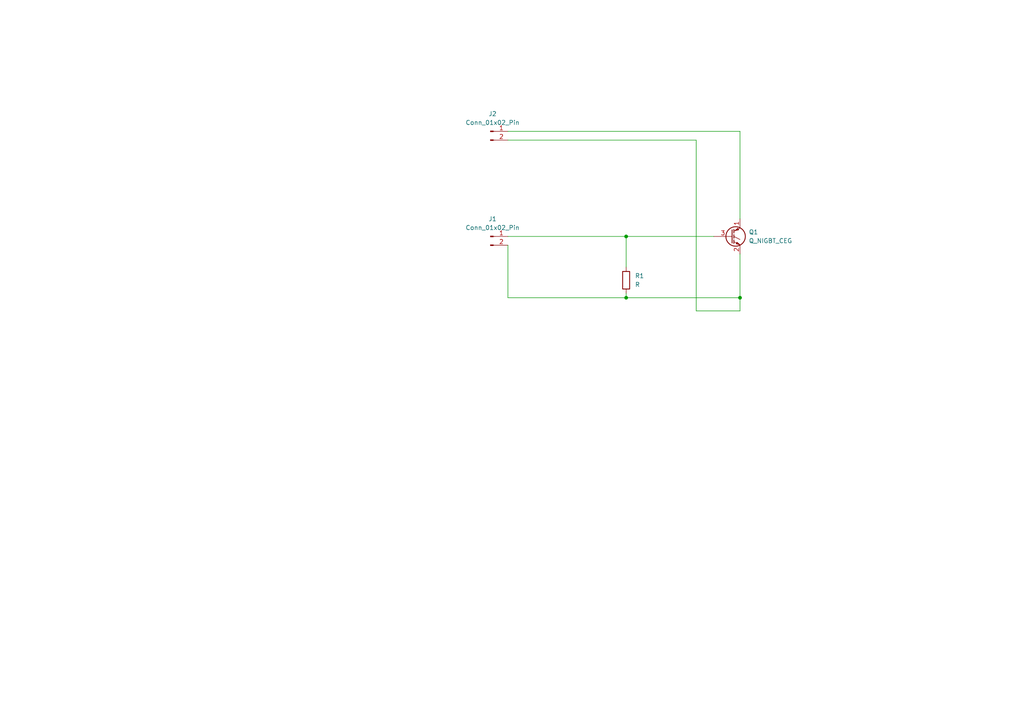
<source format=kicad_sch>
(kicad_sch (version 20250114) (generator "eeschema") (generator_version "9.0")
  (paper "A4")
  (lib_symbols
    (symbol "Connector:Conn_01x02_Pin" (pin_names (offset 1.016) (hide yes))
      (property "Reference" "J" (at 0 2.54 0))
      (property "Value" "Conn_01x02_Pin" (at 0 -5.08 0))
      (symbol "Conn_01x02_Pin_1_1"
        (rectangle (start 0.8636 0.127) (end 0 -0.127) (stroke (width 0.1524)) (fill (type outline)))
        (rectangle (start 0.8636 -2.413) (end 0 -2.667) (stroke (width 0.1524)) (fill (type outline)))
        (polyline (pts (xy 1.27 0) (xy 0.8636 0)) (stroke (width 0.1524)))
        (polyline (pts (xy 1.27 -2.54) (xy 0.8636 -2.54)) (stroke (width 0.1524)))
        (pin passive line (at 5.08 0 180) (length 3.81) (name "Pin_1") (number "1"))
        (pin passive line (at 5.08 -2.54 180) (length 3.81) (name "Pin_2") (number "2"))
      )
    )
    (symbol "Device:Q_NIGBT_CEG" (pin_names (offset 0) (hide yes))
      (property "Reference" "Q" (at 5.08 1.27 0))
      (property "Value" "Q_NIGBT_CEG" (at 5.08 -1.27 0))
      (symbol "Q_NIGBT_CEG_0_1"
        (polyline (pts (xy 0.254 1.905) (xy 0.254 -1.905) (xy 0.254 -1.905)) (stroke (width 0.254)))
        (polyline (pts (xy 0.762 2.032) (xy 0.762 1.016)) (stroke (width 0.254)))
        (polyline (pts (xy 0.762 0.508) (xy 0.762 -0.508)) (stroke (width 0.254)))
        (polyline (pts (xy 0.762 -1.016) (xy 0.762 -2.032)) (stroke (width 0.254)))
        (circle (center 1.27 0) (radius 2.8194) (stroke (width 0.254)))
        (polyline (pts (xy 1.397 -2.159) (xy 1.651 -1.651) (xy 2.54 -2.413) (xy 1.397 -2.159)) (fill (type outline)))
        (polyline (pts (xy 2.159 1.905) (xy 1.905 2.413) (xy 1.016 1.651) (xy 2.159 1.905)) (fill (type outline)))
        (polyline (pts (xy 2.54 2.413) (xy 0.762 1.524)))
        (polyline (pts (xy 2.54 -0.889) (xy 0.762 0)))
        (polyline (pts (xy 2.54 -2.413) (xy 0.762 -1.524)))
      )
      (symbol "Q_NIGBT_CEG_1_1"
        (pin input line (at -5.08 0 0) (length 5.334) (name "G") (number "3"))
        (pin passive line (at 2.54 5.08 270) (length 2.54) (name "C") (number "1"))
        (pin passive line (at 2.54 -5.08 90) (length 2.54) (name "E") (number "2"))
      )
    )
    (symbol "Device:R" (pin_numbers (hide yes)) (pin_names (offset 0))
      (property "Reference" "R" (at 2.032 0 90))
      (property "Value" "R" (at 0 0 90))
      (symbol "R_0_1"
        (rectangle (start -1.016 -2.54) (end 1.016 2.54) (stroke (width 0.254)))
      )
      (symbol "R_1_1"
        (pin passive line (at 0 3.81 270) (length 1.27) (name "~") (number "1"))
        (pin passive line (at 0 -3.81 90) (length 1.27) (name "~") (number "2"))
      )
    )
  )
  (junction (at 181.61 68.58))
  (junction (at 214.63 86.36))
  (junction (at 181.61 86.36))
  (wire (pts (xy 214.63 38.1) (xy 147.32 38.1)))
  (wire (pts (xy 181.61 86.36) (xy 181.61 85.09)))
  (wire (pts (xy 214.63 73.66) (xy 214.63 86.36)))
  (wire (pts (xy 147.32 71.12) (xy 147.32 86.36)))
  (wire (pts (xy 207.01 68.58) (xy 181.61 68.58)))
  (wire (pts (xy 214.63 86.36) (xy 181.61 86.36)))
  (wire (pts (xy 147.32 40.64) (xy 201.93 40.64)))
  (wire (pts (xy 201.93 90.17) (xy 214.63 90.17)))
  (wire (pts (xy 214.63 90.17) (xy 214.63 86.36)))
  (wire (pts (xy 147.32 68.58) (xy 181.61 68.58)))
  (wire (pts (xy 214.63 63.5) (xy 214.63 38.1)))
  (wire (pts (xy 201.93 40.64) (xy 201.93 90.17)))
  (wire (pts (xy 181.61 68.58) (xy 181.61 77.47)))
  (wire (pts (xy 147.32 86.36) (xy 181.61 86.36)))
  (symbol (lib_id "Connector:Conn_01x02_Pin") (at 142.24 38.1 0) (unit 1)
    (property "Reference" "J2" (at 142.875 33.02 0))
    (property "Value" "Conn_01x02_Pin" (at 142.875 35.56 0))
    (property "Description" "Generic connector, single row, 01x02, script generated" (effects (hide yes)))
  )
  (symbol (lib_id "Device:R") (at 181.61 81.28 0) (unit 1)
    (property "Reference" "R1" (at 184.15 80.0099 0) (effects (justify left)))
    (property "Value" "R" (at 184.15 82.5499 0) (effects (justify left)))
    (property "Description" "Resistor" (effects (hide yes)))
  )
  (symbol (lib_id "Connector:Conn_01x02_Pin") (at 142.24 68.58 0) (unit 1)
    (property "Reference" "J1" (at 142.875 63.5 0))
    (property "Value" "Conn_01x02_Pin" (at 142.875 66.04 0))
    (property "Description" "Generic connector, single row, 01x02, script generated" (effects (hide yes)))
  )
  (symbol (lib_id "Device:Q_NIGBT_CEG") (at 212.09 68.58 0) (unit 1)
    (property "Reference" "Q1" (at 217.17 67.3099 0) (effects (justify left)))
    (property "Value" "Q_NIGBT_CEG" (at 217.17 69.8499 0) (effects (justify left)))
    (property "Description" "N-IGBT transistor, collector/emitter/gate" (effects (hide yes)))
  )
)
</source>
